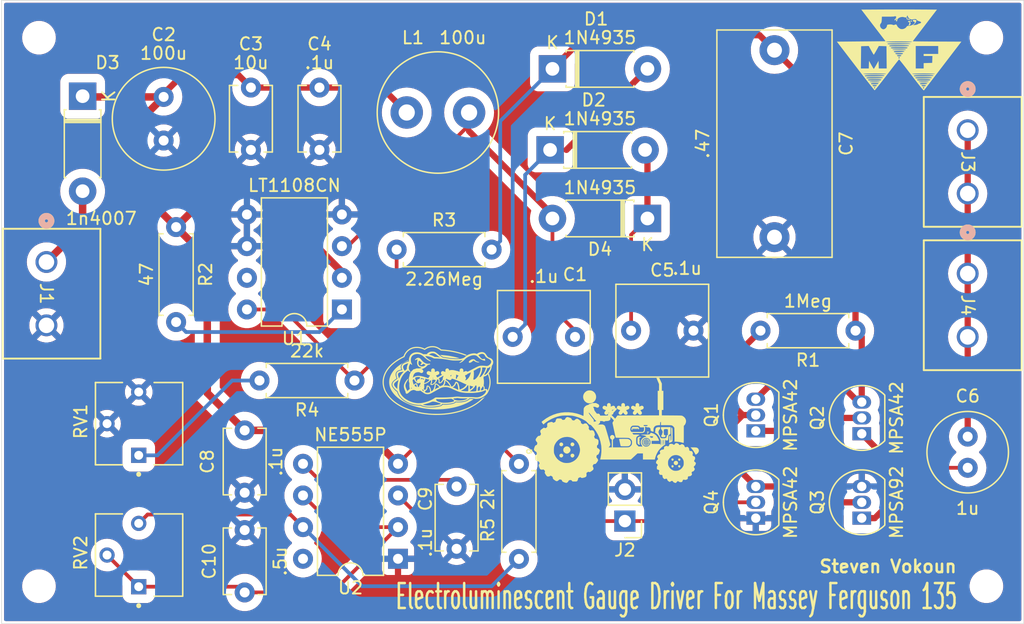
<source format=kicad_pcb>
(kicad_pcb (version 20240108) (generator "pcbnew") (generator_version "8.0")
  (layers (0 "F.Cu" signal) (31 "B.Cu" signal) (34 "B.Paste" user) (35 "F.Paste" user) (36 "B.SilkS" user "B.Silkscreen") (37 "F.SilkS" user "F.Silkscreen") (38 "B.Mask" user) (39 "F.Mask" user) (44 "Edge.Cuts" user))
  (net 0 "")
  (net 1 "Net-(D1-A)")
  (net 2 "Net-(D4-A)")
  (net 3 "+12V")
  (net 4 "GND")
  (net 5 "Net-(D2-A)")
  (net 6 "Net-(Q2-E)")
  (net 7 "Vdrive")
  (net 8 "Net-(D1-K)")
  (net 9 "Net-(U2-CV)")
  (net 10 "Net-(U2-THR)")
  (net 11 "+VDC")
  (net 12 "/CLK")
  (net 13 "Net-(Q1-B)")
  (net 14 "Net-(Q1-E)")
  (net 15 "Net-(U1-Ilim)")
  (net 16 "Net-(U1-FB)")
  (net 17 "Net-(R4-Pad2)")
  (net 18 "Net-(U2-DIS)")
  (footprint "Capacitor_THT:C_Radial_D6.3mm_H11.0mm_P2.50mm" (layer "F.Cu") (at 135.5 86.5 90)
    (property "Reference" "C6" (at 5.75 0 0) (layer "F.SilkS"))
    (property "Value" "1u" (at -3.25 0 0) (layer "F.SilkS"))
    (pad "1" thru_hole circle (at 0 0 90) (size 1.6 1.6) (drill 0.8) (layers "*.Cu" "*.Mask") (net 6 "Net-(Q2-E)"))
    (pad "2" thru_hole circle (at 2.5 0 90) (size 1.6 1.6) (drill 0.8) (layers "*.Cu" "*.Mask") (net 7 "Vdrive"))
  )
  (footprint "Resistor_THT:R_Axial_DIN0207_L6.3mm_D2.5mm_P7.62mm_Horizontal" (layer "F.Cu") (at 72 67.19 -90)
    (property "Reference" "R2" (at 3.81 -2.37 90) (layer "F.SilkS"))
    (property "Value" "47" (at 3.81 2.37 90) (layer "F.SilkS"))
    (pad "1" thru_hole circle (at 0 0 270) (size 1.6 1.6) (drill 0.8) (layers "*.Cu" "*.Mask") (net 3 "+12V"))
    (pad "2" thru_hole oval (at 7.62 0 270) (size 1.6 1.6) (drill 0.8) (layers "*.Cu" "*.Mask") (net 15 "Net-(U1-Ilim)"))
  )
  (footprint "Capacitor_THT:C_Disc_D5.1mm_W3.2mm_P5.00mm" (layer "F.Cu") (at 83.5 56 -90)
    (property "Reference" "C4" (at -3.5 0 180) (layer "F.SilkS"))
    (property "Value" ".1u" (at -2 0 180) (layer "F.SilkS"))
    (pad "1" thru_hole circle (at 0 0 270) (size 1.6 1.6) (drill 0.8) (layers "*.Cu" "*.Mask") (net 3 "+12V"))
    (pad "2" thru_hole circle (at 5 0 270) (size 1.6 1.6) (drill 0.8) (layers "*.Cu" "*.Mask") (net 4 "GND"))
  )
  (footprint "Diode_THT:D_DO-41_SOD81_P7.62mm_Horizontal" (layer "F.Cu") (at 64.5 56.69 -90)
    (property "Reference" "D3" (at -2.69 -2 180) (layer "F.SilkS"))
    (property "Value" "1n4007" (at 9.81 -1.5 0) (layer "F.SilkS"))
    (fp_text user "K" (at 0 -2.1 90) (layer "F.SilkS"))
    (pad "1" thru_hole rect (at 0 0 270) (size 2.2 2.2) (drill 1.1) (layers "*.Cu" "*.Mask") (net 3 "+12V"))
    (pad "2" thru_hole oval (at 7.62 0 270) (size 2.2 2.2) (drill 1.1) (layers "*.Cu" "*.Mask") (net 11 "+VDC"))
  )
  (footprint "2 Pin Connector:CONN2_1776493-2_TEC" (layer "F.Cu") (at 135.5 70.92 -90)
    (property "Reference" "J4" (at 2.54 0 -90) (layer "F.SilkS"))
    (property "Value" "Vout_2")
    (pad "1" thru_hole circle (at 0 0 270) (size 1.7526 1.7526) (drill 1.2446) (layers "*.Cu" "*.Mask") (net 7 "Vdrive"))
    (pad "2" thru_hole circle (at 5.08 0 270) (size 1.7526 1.7526) (drill 1.2446) (layers "*.Cu" "*.Mask") (net 7 "Vdrive"))
  )
  (footprint "Resistor_THT:R_Axial_DIN0207_L6.3mm_D2.5mm_P7.62mm_Horizontal" (layer "F.Cu") (at 99.5 86.19 -90)
    (property "Reference" "R5" (at 5.31 2.5 90) (layer "F.SilkS"))
    (property "Value" "2k" (at 2.81 2.5 90) (layer "F.SilkS"))
    (pad "1" thru_hole circle (at 0 0 270) (size 1.6 1.6) (drill 0.8) (layers "*.Cu" "*.Mask") (net 3 "+12V"))
    (pad "2" thru_hole oval (at 7.62 0 270) (size 1.6 1.6) (drill 0.8) (layers "*.Cu" "*.Mask") (net 18 "Net-(U2-DIS)"))
  )
  (footprint "Capacitor_THT:C_Disc_D5.1mm_W3.2mm_P5.00mm" (layer "F.Cu") (at 77.5 83.5 -90)
    (property "Reference" "C8" (at 2.5 3 90) (layer "F.SilkS"))
    (property "Value" ".1u" (at 2.5 -2.5 90) (layer "F.SilkS"))
    (pad "1" thru_hole circle (at 0 0 270) (size 1.6 1.6) (drill 0.8) (layers "*.Cu" "*.Mask") (net 3 "+12V"))
    (pad "2" thru_hole circle (at 5 0 270) (size 1.6 1.6) (drill 0.8) (layers "*.Cu" "*.Mask") (net 4 "GND"))
  )
  (footprint "Package_TO_SOT_THT:TO-92_Inline" (layer "F.Cu") (at 127 90.54 90)
    (property "Reference" "Q3" (at 1.27 -3.56 270) (layer "F.SilkS"))
    (property "Value" "MPSA92" (at 1.27 2.79 270) (layer "F.SilkS"))
    (pad "1" thru_hole rect (at 0 0 90) (size 1.05 1.5) (drill 0.75) (layers "*.Cu" "*.Mask") (net 6 "Net-(Q2-E)"))
    (pad "2" thru_hole oval (at 1.27 0 90) (size 1.05 1.5) (drill 0.75) (layers "*.Cu" "*.Mask") (net 13 "Net-(Q1-B)"))
    (pad "3" thru_hole oval (at 2.54 0 90) (size 1.05 1.5) (drill 0.75) (layers "*.Cu" "*.Mask") (net 4 "GND"))
  )
  (footprint "Resistor_THT:R_Axial_DIN0207_L6.3mm_D2.5mm_P7.62mm_Horizontal" (layer "F.Cu") (at 89.69 69)
    (property "Reference" "R3" (at 3.81 -2.37 360) (layer "F.SilkS"))
    (property "Value" "2.26Meg" (at 3.81 2.37 0) (layer "F.SilkS"))
    (pad "1" thru_hole circle (at 0 0) (size 1.6 1.6) (drill 0.8) (layers "*.Cu" "*.Mask") (net 16 "Net-(U1-FB)"))
    (pad "2" thru_hole oval (at 7.62 0) (size 1.6 1.6) (drill 0.8) (layers "*.Cu" "*.Mask") (net 8 "Net-(D1-K)"))
  )
  (footprint "Diode_THT:D_DO-41_SOD81_P7.62mm_Horizontal" (layer "F.Cu") (at 102.19 54.5)
    (property "Reference" "D1" (at 3.5 -4 0) (layer "F.SilkS"))
    (property "Value" "1N4935" (at 3.81 -2.5 0) (layer "F.SilkS"))
    (fp_text user "K" (at 0 -2.1 0) (layer "F.SilkS"))
    (pad "1" thru_hole rect (at 0 0) (size 2.2 2.2) (drill 1.1) (layers "*.Cu" "*.Mask") (net 8 "Net-(D1-K)"))
    (pad "2" thru_hole oval (at 7.62 0) (size 2.2 2.2) (drill 1.1) (layers "*.Cu" "*.Mask") (net 1 "Net-(D1-A)"))
  )
  (footprint "Inductor_THT:L_Radial_D9.5mm_P5.00mm_Fastron_07HVP" (layer "F.Cu") (at 90.5 58)
    (property "Reference" "L1" (at 0.5 -6 180) (layer "F.SilkS"))
    (property "Value" "100u" (at 4.5 -6 180) (layer "F.SilkS"))
    (pad "1" thru_hole circle (at 0 0) (size 2.6 2.6) (drill 1.3) (layers "*.Cu" "*.Mask") (net 3 "+12V"))
    (pad "2" thru_hole circle (at 5 0) (size 2.6 2.6) (drill 1.3) (layers "*.Cu" "*.Mask") (net 2 "Net-(D4-A)"))
  )
  (footprint "MountingHole:MountingHole_2.2mm_M2" (layer "F.Cu") (at 137 52)
    (property "Reference" "REF**" (hide yes))
    (property "Value" "MountingHole_2.2mm_M2" (hide yes))
    (pad "" np_thru_hole circle (at 0 0) (size 2.2 2.2) (drill 2.2) (layers "F&B.Cu" "*.Mask"))
  )
  (footprint "Package_TO_SOT_THT:TO-92_Inline" (layer "F.Cu") (at 118.5 83.54 90)
    (property "Reference" "Q1" (at 1.27 -3.56 270) (layer "F.SilkS"))
    (property "Value" "MPSA42" (at 1.27 2.79 270) (layer "F.SilkS"))
    (pad "1" thru_hole rect (at 0 0 90) (size 1.05 1.5) (drill 0.75) (layers "*.Cu" "*.Mask") (net 14 "Net-(Q1-E)"))
    (pad "2" thru_hole oval (at 1.27 0 90) (size 1.05 1.5) (drill 0.75) (layers "*.Cu" "*.Mask") (net 13 "Net-(Q1-B)"))
    (pad "3" thru_hole oval (at 2.54 0 90) (size 1.05 1.5) (drill 0.75) (layers "*.Cu" "*.Mask") (net 8 "Net-(D1-K)"))
  )
  (footprint "Diode_THT:D_DO-41_SOD81_P7.62mm_Horizontal" (layer "F.Cu") (at 109.81 66.5 180)
    (property "Reference" "D4" (at 3.81 -2.47 180) (layer "F.SilkS"))
    (property "Value" "1N4935" (at 3.81 2.47 180) (layer "F.SilkS"))
    (fp_text user "K" (at 0 -2.1 180) (layer "F.SilkS"))
    (pad "1" thru_hole rect (at 0 0 180) (size 2.2 2.2) (drill 1.1) (layers "*.Cu" "*.Mask") (net 5 "Net-(D2-A)"))
    (pad "2" thru_hole oval (at 7.62 0 180) (size 2.2 2.2) (drill 1.1) (layers "*.Cu" "*.Mask") (net 2 "Net-(D4-A)"))
  )
  (footprint "Package_TO_SOT_THT:TO-92_Inline" (layer "F.Cu") (at 127 83.77 90)
    (property "Reference" "Q2" (at 1.27 -3.56 270) (layer "F.SilkS"))
    (property "Value" "MPSA42" (at 1.27 2.79 270) (layer "F.SilkS"))
    (pad "1" thru_hole rect (at 0 0 90) (size 1.05 1.5) (drill 0.75) (layers "*.Cu" "*.Mask") (net 6 "Net-(Q2-E)"))
    (pad "2" thru_hole oval (at 1.27 0 90) (size 1.05 1.5) (drill 0.75) (layers "*.Cu" "*.Mask") (net 14 "Net-(Q1-E)"))
    (pad "3" thru_hole oval (at 2.54 0 90) (size 1.05 1.5) (drill 0.75) (layers "*.Cu" "*.Mask") (net 8 "Net-(D1-K)"))
  )
  (footprint "Resistor_THT:R_Axial_DIN0207_L6.3mm_D2.5mm_P7.62mm_Horizontal" (layer "F.Cu") (at 86.31 79.5 180)
    (property "Reference" "R4" (at 3.81 -2.37 180) (layer "F.SilkS"))
    (property "Value" "22k" (at 3.81 2.37 180) (layer "F.SilkS"))
    (pad "1" thru_hole circle (at 0 0 180) (size 1.6 1.6) (drill 0.8) (layers "*.Cu" "*.Mask") (net 16 "Net-(U1-FB)"))
    (pad "2" thru_hole oval (at 7.62 0 180) (size 1.6 1.6) (drill 0.8) (layers "*.Cu" "*.Mask") (net 17 "Net-(R4-Pad2)"))
  )
  (footprint "Resistor_THT:R_Axial_DIN0207_L6.3mm_D2.5mm_P7.62mm_Horizontal" (layer "F.Cu") (at 126.5 75.5 180)
    (property "Reference" "R1" (at 3.81 -2.37 180) (layer "F.SilkS"))
    (property "Value" "1Meg" (at 3.81 2.37 180) (layer "F.SilkS"))
    (pad "1" thru_hole circle (at 0 0 180) (size 1.6 1.6) (drill 0.8) (layers "*.Cu" "*.Mask") (net 8 "Net-(D1-K)"))
    (pad "2" thru_hole oval (at 7.62 0 180) (size 1.6 1.6) (drill 0.8) (layers "*.Cu" "*.Mask") (net 13 "Net-(Q1-B)"))
  )
  (footprint "Diode_THT:D_DO-41_SOD81_P7.62mm_Horizontal" (layer "F.Cu") (at 102 61)
    (property "Reference" "D2" (at 3.5 -4 0) (layer "F.SilkS"))
    (property "Value" "1N4935" (at 4 -2.5 0) (layer "F.SilkS"))
    (fp_text user "K" (at 0 -2.1 0) (layer "F.SilkS"))
    (pad "1" thru_hole rect (at 0 0) (size 2.2 2.2) (drill 1.1) (layers "*.Cu" "*.Mask") (net 1 "Net-(D1-A)"))
    (pad "2" thru_hole oval (at 7.62 0) (size 2.2 2.2) (drill 1.1) (layers "*.Cu" "*.Mask") (net 5 "Net-(D2-A)"))
  )
  (footprint "Capacitor_THT:C_Rect_L7.2mm_W7.2mm_P5.00mm_FKS2_FKP2_MKS2_MKP2" (layer "F.Cu") (at 104 76 180)
    (property "Reference" "C1" (at 0 5 180) (layer "F.SilkS"))
    (property "Value" ".1u" (at 2.5 4.85 180) (layer "F.SilkS"))
    (pad "1" thru_hole circle (at 0 0 180) (size 1.6 1.6) (drill 0.8) (layers "*.Cu" "*.Mask") (net 2 "Net-(D4-A)"))
    (pad "2" thru_hole circle (at 5 0 180) (size 1.6 1.6) (drill 0.8) (layers "*.Cu" "*.Mask") (net 1 "Net-(D1-A)"))
  )
  (footprint "Package_DIP:DIP-8_W7.62mm" (layer "F.Cu") (at 89.8 93.8 180)
    (property "Reference" "U2" (at 3.81 -2.33 180) (layer "F.SilkS"))
    (property "Value" "NE555P" (at 3.81 9.95 180) (layer "F.SilkS"))
    (pad "1" thru_hole rect (at 0 0 180) (size 1.6 1.6) (drill 0.8) (layers "*.Cu" "*.Mask") (net 4 "GND"))
    (pad "2" thru_hole oval (at 0 2.54 180) (size 1.6 1.6) (drill 0.8) (layers "*.Cu" "*.Mask") (net 10 "Net-(U2-THR)"))
    (pad "3" thru_hole oval (at 0 5.08 180) (size 1.6 1.6) (drill 0.8) (layers "*.Cu" "*.Mask") (net 12 "/CLK"))
    (pad "4" thru_hole oval (at 0 7.62 180) (size 1.6 1.6) (drill 0.8) (layers "*.Cu" "*.Mask") (net 3 "+12V"))
    (pad "5" thru_hole oval (at 7.62 7.62 180) (size 1.6 1.6) (drill 0.8) (layers "*.Cu" "*.Mask") (net 9 "Net-(U2-CV)"))
    (pad "6" thru_hole oval (at 7.62 5.08 180) (size 1.6 1.6) (drill 0.8) (layers "*.Cu" "*.Mask") (net 10 "Net-(U2-THR)"))
    (pad "7" thru_hole oval (at 7.62 2.54 180) (size 1.6 1.6) (drill 0.8) (layers "*.Cu" "*.Mask") (net 18 "Net-(U2-DIS)"))
    (pad "8" thru_hole oval (at 7.62 0 180) (size 1.6 1.6) (drill 0.8) (layers "*.Cu" "*.Mask") (net 3 "+12V"))
  )
  (footprint "Package_DIP:DIP-8_W7.62mm" (layer "F.Cu") (at 85.3 73.8 180)
    (property "Reference" "U1" (at 3.81 -2.33 180) (layer "F.SilkS"))
    (property "Value" "LT1108CN" (at 3.81 9.95 180) (layer "F.SilkS"))
    (pad "1" thru_hole rect (at 0 0 180) (size 1.6 1.6) (drill 0.8) (layers "*.Cu" "*.Mask") (net 15 "Net-(U1-Ilim)"))
    (pad "2" thru_hole oval (at 0 2.54 180) (size 1.6 1.6) (drill 0.8) (layers "*.Cu" "*.Mask") (net 3 "+12V"))
    (pad "3" thru_hole oval (at 0 5.08 180) (size 1.6 1.6) (drill 0.8) (layers "*.Cu" "*.Mask") (net 2 "Net-(D4-A)"))
    (pad "4" thru_hole oval (at 0 7.62 180) (size 1.6 1.6) (drill 0.8) (layers "*.Cu" "*.Mask") (net 4 "GND"))
    (pad "5" thru_hole oval (at 7.62 7.62 180) (size 1.6 1.6) (drill 0.8) (layers "*.Cu" "*.Mask") (net 4 "GND"))
    (pad "6" thru_hole oval (at 7.62 5.08 180) (size 1.6 1.6) (drill 0.8) (layers "*.Cu" "*.Mask") (net 4 "GND"))
    (pad "7" thru_hole oval (at 7.62 2.54 180) (size 1.6 1.6) (drill 0.8) (layers "*.Cu" "*.Mask"))
    (pad "8" thru_hole oval (at 7.62 0 180) (size 1.6 1.6) (drill 0.8) (layers "*.Cu" "*.Mask") (net 16 "Net-(U1-FB)"))
  )
  (footprint "Capacitor_THT:C_Rect_L18.0mm_W9.0mm_P15.00mm_FKS3_FKP3" (layer "F.Cu") (at 120 53 -90)
    (property "Reference" "C7" (at 7.5 -5.75 90) (layer "F.SilkS"))
    (property "Value" ".47" (at 7.5 5.75 90) (layer "F.SilkS"))
    (pad "1" thru_hole circle (at 0 0 270) (size 2.4 2.4) (drill 1.2) (layers "*.Cu" "*.Mask") (net 8 "Net-(D1-K)"))
    (pad "2" thru_hole circle (at 15 0 270) (size 2.4 2.4) (drill 1.2) (layers "*.Cu" "*.Mask") (net 4 "GND"))
  )
  (footprint "digikey-footprints:TRIM_3362P-1-253LF" (layer "F.Cu") (at 69 82.96 90)
    (property "Reference" "RV1" (at 0.17547 -4.64779 270) (layer "F.SilkS") (effects (font (size 1.002756 1.002756))))
    (property "Value" "25K Pot" (hide yes))
    (pad "1" thru_hole rect (at -2.54 0 90) (size 1.222 1.222) (drill 0.714) (layers "*.Cu" "*.Mask") (net 17 "Net-(R4-Pad2)"))
    (pad "2" thru_hole circle (at 0 -2.54 90) (size 1.222 1.222) (drill 0.714) (layers "*.Cu" "*.Mask") (net 4 "GND"))
    (pad "3" thru_hole circle (at 2.54 0 90) (size 1.222 1.222) (drill 0.714) (layers "*.Cu" "*.Mask") (net 4 "GND"))
  )
  (footprint "2 Pin Connector:CONN2_1776493-2_TEC" (layer "F.Cu") (at 61.597301 69.9934 -90)
    (property "Reference" "J1" (at 2.54 0 -90) (layer "F.SilkS"))
    (property "Value" "Vin")
    (pad "1" thru_hole circle (at 0 0 270) (size 1.7526 1.7526) (drill 1.2446) (layers "*.Cu" "*.Mask") (net 11 "+VDC"))
    (pad "2" thru_hole circle (at 5.08 0 270) (size 1.7526 1.7526) (drill 1.2446) (layers "*.Cu" "*.Mask") (net 4 "GND"))
  )
  (footprint "MountingHole:MountingHole_2.2mm_M2" (layer "F.Cu") (at 61 96)
    (property "Reference" "REF**" (hide yes))
    (property "Value" "MountingHole_2.2mm_M2" (hide yes))
    (pad "" np_thru_hole circle (at 0 0) (size 2.2 2.2) (drill 2.2) (layers "F&B.Cu" "*.Mask"))
  )
  (footprint "digikey-footprints:TRIM_3362P-1-253LF" (layer "F.Cu") (at 69 93.5 90)
    (property "Reference" "RV2" (at 0.17547 -4.64779 270) (layer "F.SilkS") (effects (font (size 1.002756 1.002756))))
    (property "Value" "25K Pot" (hide yes))
    (pad "1" thru_hole rect (at -2.54 0 90) (size 1.222 1.222) (drill 0.714) (layers "*.Cu" "*.Mask") (net 10 "Net-(U2-THR)"))
    (pad "2" thru_hole circle (at 0 -2.54 90) (size 1.222 1.222) (drill 0.714) (layers "*.Cu" "*.Mask") (net 10 "Net-(U2-THR)"))
    (pad "3" thru_hole circle (at 2.54 0 90) (size 1.222 1.222) (drill 0.714) (layers "*.Cu" "*.Mask") (net 18 "Net-(U2-DIS)"))
  )
  (footprint "LOGO" (layer "F.Cu") (at 107.109619 82.27949)
    (property "Reference" "G***" (at 0 0 0) (layer "F.SilkS") (effects (font (size 1.5 1.5) (thickness 0.3))))
    (property "Value" "LOGO" (hide yes))
  )
  (footprint "LOGO" (layer "F.Cu") (at 93 79.5)
    (property "Reference" "G***" (at 0 0 0) (layer "F.SilkS") (effects (font (size 1.5 1.5) (thickness 0.3))))
    (property "Value" "LOGO" (hide yes))
  )
  (footprint "2 Pin Connector:CONN2_1776493-2_TEC" (layer "F.Cu") (at 135.5 59.42 -90)
    (property "Reference" "J3" (at 2.54 0 -90) (layer "F.SilkS"))
    (property "Value" "Vout_1")
    (pad "1" thru_hole circle (at 0 0 270) (size 1.7526 1.7526) (drill 1.2446) (layers "*.Cu" "*.Mask") (net 7 "Vdrive"))
    (pad "2" thru_hole circle (at 5.08 0 270) (size 1.7526 1.7526) (drill 1.2446) (layers "*.Cu" "*.Mask") (net 7 "Vdrive"))
  )
  (footprint "Package_TO_SOT_THT:TO-92_Inline" (layer "F.Cu") (at 118.5 90.54 90)
    (property "Reference" "Q4" (at 1.27 -3.56 270) (layer "F.SilkS"))
    (property "Value" "MPSA42" (at 1.27 2.79 270) (layer "F.SilkS"))
    (pad "1" thru_hole rect (at 0 0 90) (size 1.05 1.5) (drill 0.75) (layers "*.Cu" "*.Mask") (net 4 "GND"))
    (pad "2" thru_hole oval (at 1.27 0 90) (size 1.05 1.5) (drill 0.75) (layers "*.Cu" "*.Mask") (net 12 "/CLK"))
    (pad "3" thru_hole oval (at 2.54 0 90) (size 1.05 1.5) (drill 0.75) (layers "*.Cu" "*.Mask") (net 13 "Net-(Q1-B)"))
  )
  (footprint "Capacitor_THT:C_Rect_L7.2mm_W7.2mm_P5.00mm_FKS2_FKP2_MKS2_MKP2" (layer "F.Cu") (at 108.5 75.5)
    (property "Reference" "C5" (at 2.5 -4.85 0) (layer "F.SilkS"))
    (property "Value" ".1u" (at 4.5 -5 0) (layer "F.SilkS"))
    (pad "1" thru_hole circle (at 0 0) (size 1.6 1.6) (drill 0.8) (layers "*.Cu" "*.Mask") (net 5 "Net-(D2-A)"))
    (pad "2" thru_hole circle (at 5 0) (size 1.6 1.6) (drill 0.8) (layers "*.Cu" "*.Mask") (net 4 "GND"))
  )
  (footprint "MountingHole:MountingHole_2.2mm_M2" (layer "F.Cu") (at 137 96)
    (property "Reference" "REF**" (hide yes))
    (property "Value" "MountingHole_2.2mm_M2" (hide yes))
    (pad "" np_thru_hole circle (at 0 0) (size 2.2 2.2) (drill 2.2) (layers "*.Cu" "*.Mask"))
  )
  (footprint "Capacitor_THT:C_Radial_D8.0mm_H11.5mm_P3.50mm" (layer "F.Cu") (at 71 56.75 -90)
    (property "Reference" "C2" (at -5 0 180) (layer "F.SilkS"))
    (property "Value" "100u" (at -3.5 0 180) (layer "F.SilkS"))
    (pad "1" thru_hole circle (at 0 0 270) (size 1.6 1.6) (drill 0.8) (layers "*.Cu" "*.Mask") (net 3 "+12V"))
    (pad "2" thru_hole circle (at 3.5 0 270) (size 1.6 1.6) (drill 0.8) (layers "*.Cu" "*.Mask") (net 4 "GND"))
  )
  (footprint "Connector_PinHeader_2.54mm:PinHeader_1x02_P2.54mm_Vertical" (layer "F.Cu") (at 108 90.775 180)
    (property "Reference" "J2" (at 0 -2.33 180) (layer "F.SilkS"))
    (property "Value" "Conn_01x02_Pin" (hide yes))
    (pad "1" thru_hole rect (at 0 0 180) (size 1.7 1.7) (drill 1) (layers "*.Cu" "*.Mask") (net 12 "/CLK"))
    (pad "2" thru_hole oval (at 0 2.54 180) (size 1.7 1.7) (drill 1) (layers "*.Cu" "*.Mask") (net 4 "GND"))
  )
  (footprint "LOGO" (layer "F.Cu") (at 130 53)
    (property "Reference" "G***" (hide yes))
    (property "Value" "LOGO" (hide yes))
  )
  (footprint "Capacitor_THT:C_Disc_D5.1mm_W3.2mm_P5.00mm" (layer "F.Cu") (at 94.5 88 -90)
    (property "Reference" "C9" (at 1 2.5 90) (layer "F.SilkS"))
    (property "Value" ".1u" (at 4.5 2.5 90) (layer "F.SilkS"))
    (pad "1" thru_hole circle (at 0 0 270) (size 1.6 1.6) (drill 0.8) (layers "*.Cu" "*.Mask") (net 9 "Net-(U2-CV)"))
    (pad "2" thru_hole circle (at 5 0 270) (size 1.6 1.6) (drill 0.8) (layers "*.Cu" "*.Mask") (net 4 "GND"))
  )
  (footprint "Capacitor_THT:C_Disc_D5.1mm_W3.2mm_P5.00mm" (layer "F.Cu") (at 78 56 -90)
    (property "Reference" "C3" (at -3.5 0 180) (layer "F.SilkS"))
    (property "Value" "10u" (at -2 0 180) (layer "F.SilkS"))
    (pad "1" thru_hole circle (at 0 0 270) (size 1.6 1.6) (drill 0.8) (layers "*.Cu" "*.Mask") (net 3 "+12V"))
    (pad "2" thru_hole circle (at 5 0 270) (size 1.6 1.6) (drill 0.8) (layers "*.Cu" "*.Mask") (net 4 "GND"))
  )
  (footprint "Capacitor_THT:C_Disc_D5.1mm_W3.2mm_P5.00mm" (layer "F.Cu") (at 77.5 96.5 90)
    (property "Reference" "C10" (at 2.5 -2.85 270) (layer "F.SilkS"))
    (property "Value" ".5u" (at 2.5 2.85 270) (layer "F.SilkS"))
    (pad "1" thru_hole circle (at 0 0 90) (size 1.6 1.6) (drill 0.8) (layers "*.Cu" "*.Mask") (net 10 "Net-(U2-THR)"))
    (pad "2" thru_hole circle (at 5 0 90) (size 1.6 1.6) (drill 0.8) (layers "*.Cu" "*.Mask") (net 4 "GND"))
  )
  (footprint "MountingHole:MountingHole_2.2mm_M2" (layer "F.Cu") (at 61 52)
    (property "Reference" "REF**" (hide yes))
    (property "Value" "MountingHole_2.2mm_M2" (hide yes))
    (pad "" np_thru_hole circle (at 0 0) (size 2.2 2.2) (drill 2.2) (layers "F&B.Cu" "*.Mask"))
  )
  (gr_rect (start 58 49) (end 140 99) (stroke (width 0.05)) (fill none) (layer "Edge.Cuts"))
  (gr_text "Electroluminescent Gauge Driver For Massey Ferguson 135" (at 89.5 98 0) (layer "F.SilkS") (effects (font (size 2 1) (thickness 0.2) (bold yes)) (justify left bottom)))
  (gr_text "Steven Vokoun" (at 123.5 95 0) (layer "F.SilkS") (effects (font (size 1 1) (thickness 0.2) (bold yes)) (justify left bottom)))
  (segment (start 109.81 54.5) (end 103.31 61) (width 0.5) (layer "F.Cu") (net 1))
  (segment (start 103.31 61) (end 102 61) (width 0.3) (layer "F.Cu") (net 1))
  (segment (start 102 61) (end 100 63) (width 0.3) (layer "B.Cu") (net 1))
  (segment (start 100 63) (end 100 75) (width 0.3) (layer "B.Cu") (net 1))
  (segment (start 100 75) (end 99 76) (width 0.3) (layer "B.Cu") (net 1))
  (segment (start 85.78 68.72) (end 85.3 68.72) (width 0.3) (layer "F.Cu") (net 2))
  (segment (start 104 76) (end 104 75.5) (width 0.3) (layer "F.Cu") (net 2))
  (segment (start 102.19 73.69) (end 102.19 66.5) (width 0.3) (layer "F.Cu") (net 2))
  (segment (start 95.5 59) (end 85.78 68.72) (width 0.3) (layer "F.Cu") (net 2))
  (segment (start 95.5 58) (end 95.5 59) (width 0.3) (layer "F.Cu") (net 2))
  (segment (start 104 75.5) (end 102.19 73.69) (width 0.3) (layer "F.Cu") (net 2))
  (segment (start 95.5 58) (end 95.5 59.5) (width 0.3) (layer "F.Cu") (net 2))
  (segment (start 95.5 59.5) (end 102.19 66.19) (width 0.5) (layer "F.Cu") (net 2))
  (segment (start 102.19 66.19) (end 102.19 66.5) (width 0.3) (layer "F.Cu") (net 2))
  (segment (start 71 56.75) (end 71 56.5) (width 0.3) (layer "F.Cu") (net 3))
  (segment (start 71 56.5) (end 72.5 55) (width 0.5) (layer "F.Cu") (net 3))
  (segment (start 78 56) (end 83.5 56) (width 0.5) (layer "F.Cu") (net 3))
  (segment (start 69 64.19) (end 72 67.19) (width 0.6) (layer "F.Cu") (net 3))
  (segment (start 88.5 56) (end 90.5 58) (width 0.5) (layer "F.Cu") (net 3))
  (segment (start 77.5 83.5) (end 87.12 83.5) (width 0.6) (layer "F.Cu") (net 3))
  (segment (start 77 55) (end 78 56) (width 0.5) (layer "F.Cu") (net 3))
  (segment (start 72 67.19) (end 74.5 69.69) (width 0.6) (layer "F.Cu") (net 3))
  (segment (start 85.3 70.8) (end 78.5 64) (width 0.6) (layer "F.Cu") (net 3))
  (segment (start 71 56.75) (end 64.56 56.75) (width 0.6) (layer "F.Cu") (net 3))
  (segment (start 91.98 84) (end 89.8 86.18) (width 0.3) (layer "F.Cu") (net 3))
  (segment (start 97.31 84) (end 91.98 84) (width 0.3) (layer "F.Cu") (net 3))
  (segment (start 71 56.75) (end 69 58.75) (width 0.6) (layer "F.Cu") (net 3))
  (segment (start 83.5 56) (end 88.5 56) (width 0.5) (layer "F.Cu") (net 3))
  (segment (start 74.5 69.69) (end 74.5 80.5) (width 0.6) (layer "F.Cu") (net 3))
  (segment (start 75.19 64) (end 72 67.19) (width 0.6) (layer "F.Cu") (net 3))
  (segment (start 78.5 64) (end 75.19 64) (width 0.6) (layer "F.Cu") (net 3))
  (segment (start 72.5 55) (end 77 55) (width 0.5) (layer "F.Cu") (net 3))
  (segment (start 87.12 83.5) (end 89.8 86.18) (width 0.6) (layer "F.Cu") (net 3))
  (segment (start 74.5 80.5) (end 77.5 83.5) (width 0.6) (layer "F.Cu") (net 3))
  (segment (start 99.5 86.19) (end 97.31 84) (width 0.3) (layer "F.Cu") (net 3))
  (segment (start 85.3 71.26) (end 85.3 70.8) (width 0.3) (layer "F.Cu") (net 3))
  (segment (start 64.56 56.75) (end 64.5 56.69) (width 0.3) (layer "F.Cu") (net 3))
  (segment (start 69 58.75) (end 69 64.19) (width 0.6) (layer "F.Cu") (net 3))
  (segment (start 109.81 66.5) (end 109.81 61.19) (width 0.5) (layer "F.Cu") (net 5))
  (segment (start 109.81 61.19) (end 109.62 61) (width 0.3) (layer "F.Cu") (net 5))
  (segment (start 108.5 75.5) (end 108.5 67.81) (width 0.3) (layer "F.Cu") (net 5))
  (segment (start 108.5 67.81) (end 109.81 66.5) (width 0.3) (layer "F.Cu") (net 5))
  (segment (start 127 90.54) (end 128.05 90.54) (width 0.5) (layer "F.Cu") (net 6))
  (segment (start 128.05 90.54) (end 128.2 90.39) (width 0.3) (layer "F.Cu") (net 6))
  (segment (start 129 85.77) (end 128.115 84.885) (width 0.5) (layer "F.Cu") (net 6))
  (segment (start 128.2 90.39) (end 129 89.59) (width 0.5) (layer "F.Cu") (net 6))
  (segment (start 128.115 84.885) (end 127 83.77) (width 0.5) (layer "F.Cu") (net 6))
  (segment (start 135.5 86.5) (end 129.73 86.5) (width 0.3) (layer "F.Cu") (net 6))
  (segment (start 129 89.59) (end 129 85.77) (width 0.5) (layer "F.Cu") (net 6))
  (segment (start 129.73 86.5) (end 128.115 84.885) (width 0.3) (layer "F.Cu") (net 6))
  (segment (start 135.5 84) (end 135.5 76) (width 0.5) (layer "F.Cu") (net 7))
  (segment (start 135.5 59.42) (end 135.5 64.5) (width 0.5) (layer "F.Cu") (net 7))
  (segment (start 135.5 64.5) (end 135.5 70.92) (width 0.5) (layer "F.Cu") (net 7))
  (segment (start 135.5 76) (end 135.5 70.92) (width 0.5) (layer "F.Cu") (net 7))
  (segment (start 120 53) (end 118.8 51.8) (width 0.5) (layer "F.Cu") (net 8))
  (segment (start 119.5 80) (end 118.5 81) (width 0.5) (layer "F.Cu") (net 8))
  (segment (start 118.8 51.8) (end 104.89 51.8) (width 0.5) (layer "F.Cu") (net 8))
  (segment (start 104.89 51.8) (end 102.19 54.5) (width 0.5) (layer "F.Cu") (net 8))
  (segment (start 120 53) (end 126.5 59.5) (width 0.5) (layer "F.Cu") (net 8))
  (segment (start 125.5 80) (end 119.5 80) (width 0.5) (layer "F.Cu") (net 8))
  (segment (start 126.5 81) (end 125.5 80) (width 0.5) (layer "F.Cu") (net 8))
  (segment (start 126.5 59.5) (end 126.5 75.5) (width 0.5) (layer "F.Cu") (net 8))
  (segment (start 126.73 81.23) (end 126.5 81) (width 0.3) (layer "F.Cu") (net 8))
  (segment (start 127 81.23) (end 127 76) (width 0.5) (layer "F.Cu") (net 8))
  (segment (start 127 76) (end 126.5 75.5) (width 0.3) (layer "F.Cu") (net 8))
  (segment (start 127 81.23) (end 126.73 81.23) (width 0.3) (layer "F.Cu") (net 8))
  (segment (start 98 58.69) (end 98 68.31) (width 0.3) (layer "B.Cu") (net 8))
  (segment (start 98 68.31) (end 97.31 69) (width 0.3) (layer "B.Cu") (net 8))
  (segment (start 102.19 54.5) (end 98 58.69) (width 0.3) (layer "B.Cu") (net 8))
  (segment (start 94.5 88) (end 93.97 87.47) (width 0.3) (layer "F.Cu") (net 9))
  (segment (start 93.97 87.47) (end 83.47 87.47) (width 0.3) (layer "F.Cu") (net 9))
  (segment (start 83.47 87.47) (end 82.18 86.18) (width 0.3) (layer "F.Cu") (net 9))
  (segment (start 69 96.04) (end 77.04 96.04) (width 0.3) (layer "F.Cu") (net 10))
  (segment (start 66.46 93.5) (end 69 96.04) (width 0.3) (layer "F.Cu") (net 10))
  (segment (start 77.5 96.5) (end 84.56 96.5) (width 0.3) (layer "F.Cu") (net 10))
  (segment (start 77.04 96.04) (end 77.5 96.5) (width 0.3) (layer "F.Cu") (net 10))
  (segment (start 84.72 91.26) (end 82.18 88.72) (width 0.3) (layer "F.Cu") (net 10))
  (segment (start 84.56 96.5) (end 89.8 91.26) (width 0.3) (layer "F.Cu") (net 10))
  (segment (start 89.8 91.26) (end 84.72 91.26) (width 0.3) (layer "F.Cu") (net 10))
  (segment (start 64.5 67.090701) (end 61.597301 69.9934) (width 0.6) (layer "F.Cu") (net 11))
  (segment (start 64.5 64.31) (end 64.5 67.090701) (width 0.6) (layer "F.Cu") (net 11))
  (segment (start 89.8 88.72) (end 91.855 90.775) (width 0.3) (layer "F.Cu") (net 12))
  (segment (start 112.225 90.775) (end 108 90.775) (width 0.3) (layer "F.Cu") (net 12))
  (segment (start 113.73 89.27) (end 112.225 90.775) (width 0.3) (layer "F.Cu") (net 12))
  (segment (start 118.5 89.27) (end 113.73 89.27) (width 0.3) (layer "F.Cu") (net 12))
  (segment (start 91.855 90.775) (end 108 90.775) (width 0.3) (layer "F.Cu") (net 12))
  (segment (start 117.45 82.27) (end 116.5 81.32) (width 0.5) (layer "F.Cu") (net 13))
  (segment (start 116.5 81.32) (end 116.5 77.88) (width 0.5) (layer "F.Cu") (net 13))
  (segment (start 116.5 86) (end 116.5 83.22) (width 0.5) (layer "F.Cu") (net 13))
  (segment (start 118.5 82.27) (end 117.45 82.27) (width 0.5) (layer "F.Cu") (net 13))
  (segment (start 123.27 89.27) (end 127 89.27) (width 0.5) (layer "F.Cu") (net 13))
  (segment (start 116.5 77.88) (end 118.88 75.5) (width 0.5) (layer "F.Cu") (net 13))
  (segment (start 116.5 83.22) (end 117.45 82.27) (width 0.5) (layer "F.Cu") (net 13))
  (segment (start 118.5 88) (end 116.5 86) (width 0.5) (layer "F.Cu") (net 13))
  (segment (start 122 88) (end 123.27 89.27) (width 0.5) (layer "F.Cu") (net 13))
  (segment (start 118.5 88) (end 122 88) (width 0.5) (layer "F.Cu") (net 13))
  (segment (start 122.46 83.54) (end 123.5 82.5) (width 0.5) (layer "F.Cu") (net 14))
  (segment (start 118.5 83.54) (end 122.46 83.54) (width 0.5) (layer "F.Cu") (net 14))
  (segment (start 123.5 82.5) (end 127 82.5) (width 0.5) (layer "F.Cu") (net 14))
  (segment (start 72 74.81) (end 72.799999 75.609999) (width 0.3) (layer "B.Cu") (net 15))
  (segment (start 83.490001 75.609999) (end 85.3 73.8) (width 0.3) (layer "B.Cu") (net 15))
  (segment (start 72.799999 75.609999) (end 83.490001 75.609999) (width 0.3) (layer "B.Cu") (net 15))
  (segment (start 86.31 79.5) (end 89.69 76.12) (width 0.3) (layer "F.Cu") (net 16))
  (segment (start 77.68 73.8) (end 80.61 73.8) (width 0.3) (layer "F.Cu") (net 16))
  (segment (start 89.69 76.12) (end 89.69 69) (width 0.3) (layer "F.Cu") (net 16))
  (segment (start 80.61 73.8) (end 86.31 79.5) (width 0.3) (layer "F.Cu") (net 16))
  (segment (start 76.5 79.5) (end 78.69 79.5) (width 0.3) (layer "B.Cu") (net 17))
  (segment (start 69 85.5) (end 70.5 85.5) (width 0.3) (layer "B.Cu") (net 17))
  (segment (start 70.5 85.5) (end 76.5 79.5) (width 0.3) (layer "B.Cu") (net 17))
  (segment (start 69.71 90.25) (end 81.17 90.25) (width 0.3) (layer "F.Cu") (net 18))
  (segment (start 69 90.96) (end 69.71 90.25) (width 0.3) (layer "F.Cu") (net 18))
  (segment (start 81.17 90.25) (end 82.18 91.26) (width 0.3) (layer "F.Cu") (net 18))
  (segment (start 97.31 96) (end 86.92 96) (width 0.3) (layer "B.Cu") (net 18))
  (segment (start 99.5 93.81) (end 97.31 96) (width 0.3) (layer "B.Cu") (net 18))
  (segment (start 86.92 96) (end 82.18 91.26) (width 0.3) (layer "B.Cu") (net 18))
  (zone (net 4) (net_name "GND") (layers "F&B.Cu") (name "HV") (connect_pads (clearance 0.7)) (min_thickness 0.25) (fill yes (thermal_gap 0.5) (thermal_bridge_width 0.5))
    (polygon (pts (xy 58 49) (xy 140 49) (xy 140 99) (xy 58 99)))
  )
)
</source>
